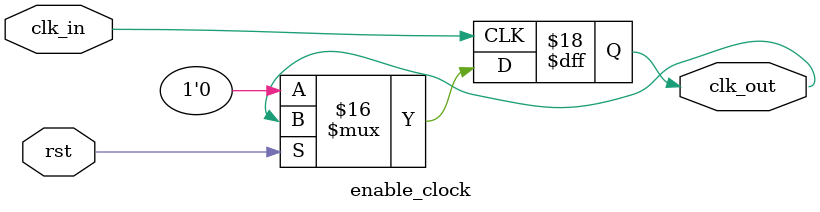
<source format=sv>
module enable_clock (input rst, clk_in, output logic clk_out);

logic [1:0] count;

always_ff @(posedge clk_in) 
 begin
 
 if(!rst) 
  begin
        clk_out <= 0;
        count <= 0;
  end
 else
  begin
     if(count == 26'd49999999)
       begin
         clk_out <= ~ clk_out;
         count <= 26'd0;
        end
      else
       count <= count + 26'd1;
  end
 end
 
 endmodule
</source>
